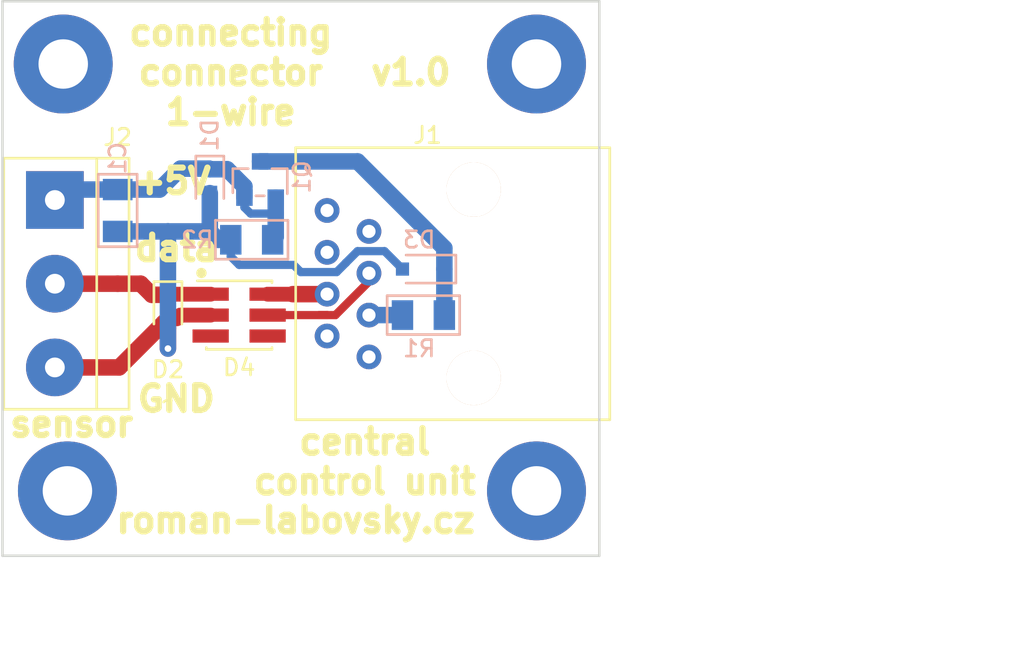
<source format=kicad_pcb>
(kicad_pcb (version 20171130) (host pcbnew "(5.1.6)-1")

  (general
    (thickness 1.6)
    (drawings 15)
    (tracks 63)
    (zones 0)
    (modules 15)
    (nets 15)
  )

  (page A4)
  (layers
    (0 F.Cu signal)
    (31 B.Cu signal)
    (32 B.Adhes user)
    (33 F.Adhes user)
    (34 B.Paste user)
    (35 F.Paste user)
    (36 B.SilkS user)
    (37 F.SilkS user)
    (38 B.Mask user)
    (39 F.Mask user)
    (40 Dwgs.User user)
    (41 Cmts.User user)
    (42 Eco1.User user)
    (43 Eco2.User user)
    (44 Edge.Cuts user)
    (45 Margin user)
    (46 B.CrtYd user)
    (47 F.CrtYd user)
    (48 B.Fab user hide)
    (49 F.Fab user hide)
  )

  (setup
    (last_trace_width 0.9)
    (user_trace_width 0.5)
    (user_trace_width 0.6)
    (user_trace_width 0.9)
    (user_trace_width 1)
    (trace_clearance 0.2)
    (zone_clearance 0.508)
    (zone_45_only no)
    (trace_min 0.2)
    (via_size 0.8)
    (via_drill 0.4)
    (via_min_size 0.4)
    (via_min_drill 0.3)
    (uvia_size 0.3)
    (uvia_drill 0.1)
    (uvias_allowed no)
    (uvia_min_size 0.2)
    (uvia_min_drill 0.1)
    (edge_width 0.05)
    (segment_width 0.2)
    (pcb_text_width 0.3)
    (pcb_text_size 1.5 1.5)
    (mod_edge_width 0.12)
    (mod_text_size 1 1)
    (mod_text_width 0.15)
    (pad_size 0.8 0.8)
    (pad_drill 0.4)
    (pad_to_mask_clearance 0.051)
    (solder_mask_min_width 0.25)
    (aux_axis_origin 0 0)
    (visible_elements 7FFFFFFF)
    (pcbplotparams
      (layerselection 0x010fc_ffffffff)
      (usegerberextensions true)
      (usegerberattributes false)
      (usegerberadvancedattributes false)
      (creategerberjobfile false)
      (excludeedgelayer true)
      (linewidth 0.100000)
      (plotframeref false)
      (viasonmask false)
      (mode 1)
      (useauxorigin false)
      (hpglpennumber 1)
      (hpglpenspeed 20)
      (hpglpendiameter 15.000000)
      (psnegative false)
      (psa4output false)
      (plotreference true)
      (plotvalue false)
      (plotinvisibletext false)
      (padsonsilk false)
      (subtractmaskfromsilk true)
      (outputformat 1)
      (mirror false)
      (drillshape 0)
      (scaleselection 1)
      (outputdirectory "gerber-data/"))
  )

  (net 0 "")
  (net 1 GND)
  (net 2 "Net-(D4-Pad3)")
  (net 3 "Net-(D4-Pad4)")
  (net 4 "Net-(J1-Pad7)")
  (net 5 "Net-(J1-Pad6)")
  (net 6 "Net-(J1-Pad2)")
  (net 7 "Net-(J1-Pad1)")
  (net 8 "Net-(J1-Pad8)")
  (net 9 /data)
  (net 10 "Net-(D2-Pad1)")
  (net 11 /1WIRE_5V_OUT)
  (net 12 "Net-(D3-Pad1)")
  (net 13 "Net-(D4-Pad5)")
  (net 14 /1WIRE_5V)

  (net_class Default "This is the default net class."
    (clearance 0.2)
    (trace_width 0.25)
    (via_dia 0.8)
    (via_drill 0.4)
    (uvia_dia 0.3)
    (uvia_drill 0.1)
    (add_net /1WIRE_5V)
    (add_net /1WIRE_5V_OUT)
    (add_net /data)
    (add_net GND)
    (add_net "Net-(D2-Pad1)")
    (add_net "Net-(D3-Pad1)")
    (add_net "Net-(D4-Pad3)")
    (add_net "Net-(D4-Pad4)")
    (add_net "Net-(D4-Pad5)")
    (add_net "Net-(J1-Pad1)")
    (add_net "Net-(J1-Pad2)")
    (add_net "Net-(J1-Pad6)")
    (add_net "Net-(J1-Pad7)")
    (add_net "Net-(J1-Pad8)")
  )

  (module package_sot_rl:sot_23 (layer B.Cu) (tedit 621A5B6B) (tstamp 644E089B)
    (at 204.216 79.502 90)
    (descr SOT-23)
    (tags sot-23)
    (path /64509A79)
    (attr smd)
    (fp_text reference Q1 (at 0.254 2.54 270) (layer B.SilkS)
      (effects (font (size 1 1) (thickness 0.16)) (justify mirror))
    )
    (fp_text value YJL3415A (at 0.254 -2.54 270) (layer B.Fab)
      (effects (font (size 1 1) (thickness 0.15)) (justify mirror))
    )
    (fp_text user %R (at 0 0) (layer B.Fab)
      (effects (font (size 0.5 0.5) (thickness 0.075)) (justify mirror))
    )
    (fp_line (start 0.7 1.52) (end 0.7 -1.52) (layer B.Fab) (width 0.1))
    (fp_line (start 0.76 -1.651) (end -0.7 -1.651) (layer B.SilkS) (width 0.16))
    (fp_line (start -1.7 1.75) (end 1.778 1.75) (layer B.CrtYd) (width 0.05))
    (fp_line (start -0.7 0.95) (end -0.7 -1.5) (layer B.Fab) (width 0.1))
    (fp_line (start -1.7 -1.75) (end -1.7 1.75) (layer B.CrtYd) (width 0.05))
    (fp_line (start -0.7 0.95) (end -0.15 1.52) (layer B.Fab) (width 0.1))
    (fp_line (start 1.778 -1.75) (end -1.7 -1.75) (layer B.CrtYd) (width 0.05))
    (fp_line (start 0.76 1.651) (end -0.762 1.651) (layer B.SilkS) (width 0.16))
    (fp_line (start -0.7 -1.52) (end 0.7 -1.52) (layer B.Fab) (width 0.1))
    (fp_line (start 0.76 1.651) (end 0.76 0.721) (layer B.SilkS) (width 0.16))
    (fp_line (start -0.15 1.52) (end 0.7 1.52) (layer B.Fab) (width 0.1))
    (fp_line (start 1.778 1.75) (end 1.778 -1.75) (layer B.CrtYd) (width 0.05))
    (fp_line (start 0.76 -1.651) (end 0.76 -0.721) (layer B.SilkS) (width 0.16))
    (fp_line (start -0.889 0.254) (end -0.889 -0.254) (layer B.SilkS) (width 0.16))
    (pad 3 smd rect (at 1.2 0 90) (size 1 1) (layers B.Cu B.Paste B.Mask)
      (net 12 "Net-(D3-Pad1)"))
    (pad 2 smd rect (at -1 -0.95 90) (size 1 1) (layers B.Cu B.Paste B.Mask)
      (net 11 /1WIRE_5V_OUT))
    (pad 1 smd rect (at -1 0.95 90) (size 1 1) (layers B.Cu B.Paste B.Mask)
      (net 11 /1WIRE_5V_OUT))
    (model ${RL_3DPACKAGES_DIR}/package_sot.3dshapes/sot_23.step
      (at (xyz 0 0 0))
      (scale (xyz 1 1 1))
      (rotate (xyz 0 0 0))
    )
  )

  (module pad_rl:pad_3x6mm (layer F.Cu) (tedit 622E47C2) (tstamp 644E19F4)
    (at 192.532 98.298)
    (descr "Pad 3x6mm THT")
    (tags "pad 3x6mm tht")
    (fp_text reference ~ (at 0 0.5) (layer F.SilkS)
      (effects (font (size 1 1) (thickness 0.15)))
    )
    (fp_text value pad_3x6mm (at 0 4.572) (layer F.Fab)
      (effects (font (size 1 1) (thickness 0.15)))
    )
    (fp_circle (center 0 0) (end 3 0) (layer Cmts.User) (width 0.15))
    (fp_circle (center 0 0) (end 3.2 0) (layer F.CrtYd) (width 0.05))
    (fp_text user %R (at 0.3 0) (layer F.Fab)
      (effects (font (size 1 1) (thickness 0.15)))
    )
    (pad ~ thru_hole circle (at 0 0) (size 6 6) (drill 3) (layers *.Cu *.Mask))
  )

  (module pad_rl:pad_3x6mm (layer F.Cu) (tedit 622E47C2) (tstamp 644E19E6)
    (at 220.98 98.298)
    (descr "Pad 3x6mm THT")
    (tags "pad 3x6mm tht")
    (fp_text reference ~ (at 0 0.5) (layer F.SilkS)
      (effects (font (size 1 1) (thickness 0.15)))
    )
    (fp_text value pad_3x6mm (at 0 4.572) (layer F.Fab)
      (effects (font (size 1 1) (thickness 0.15)))
    )
    (fp_circle (center 0 0) (end 3.2 0) (layer F.CrtYd) (width 0.05))
    (fp_circle (center 0 0) (end 3 0) (layer Cmts.User) (width 0.15))
    (fp_text user %R (at 0.3 0) (layer F.Fab)
      (effects (font (size 1 1) (thickness 0.15)))
    )
    (pad ~ thru_hole circle (at 0 0) (size 6 6) (drill 3) (layers *.Cu *.Mask))
  )

  (module pad_rl:pad_3x6mm (layer F.Cu) (tedit 622E47C2) (tstamp 644E19D8)
    (at 220.98 72.39)
    (descr "Pad 3x6mm THT")
    (tags "pad 3x6mm tht")
    (fp_text reference ~ (at 0 0.5) (layer F.SilkS)
      (effects (font (size 1 1) (thickness 0.15)))
    )
    (fp_text value pad_3x6mm (at 0 4.572) (layer F.Fab)
      (effects (font (size 1 1) (thickness 0.15)))
    )
    (fp_circle (center 0 0) (end 3 0) (layer Cmts.User) (width 0.15))
    (fp_circle (center 0 0) (end 3.2 0) (layer F.CrtYd) (width 0.05))
    (fp_text user %R (at 0.3 0) (layer F.Fab)
      (effects (font (size 1 1) (thickness 0.15)))
    )
    (pad ~ thru_hole circle (at 0 0) (size 6 6) (drill 3) (layers *.Cu *.Mask))
  )

  (module pad_rl:pad_3x6mm (layer F.Cu) (tedit 622E47C2) (tstamp 644E19D6)
    (at 192.278 72.39)
    (descr "Pad 3x6mm THT")
    (tags "pad 3x6mm tht")
    (fp_text reference ~ (at 0 0.5) (layer F.SilkS)
      (effects (font (size 1 1) (thickness 0.15)))
    )
    (fp_text value pad_3x6mm (at 0 4.572) (layer F.Fab)
      (effects (font (size 1 1) (thickness 0.15)))
    )
    (fp_circle (center 0 0) (end 3.2 0) (layer F.CrtYd) (width 0.05))
    (fp_circle (center 0 0) (end 3 0) (layer Cmts.User) (width 0.15))
    (fp_text user %R (at 0.3 0) (layer F.Fab)
      (effects (font (size 1 1) (thickness 0.15)))
    )
    (pad ~ thru_hole circle (at 0 0) (size 6 6) (drill 3) (layers *.Cu *.Mask))
  )

  (module via_pad_rl:via_pad_0.4x0.8mm (layer F.Cu) (tedit 644E0619) (tstamp 644E180D)
    (at 198.628 89.662)
    (descr "Via pad 0.4 drill 0.8 diameter")
    (tags "via pad 0.4 0.8")
    (fp_text reference ~ (at 0 3.175) (layer F.SilkS)
      (effects (font (size 1 1) (thickness 0.15)))
    )
    (fp_text value ~ (at 1.27 -2.54) (layer F.Fab)
      (effects (font (size 1 1) (thickness 0.15)))
    )
    (fp_text user %R (at 0.3 0) (layer F.Fab)
      (effects (font (size 1 1) (thickness 0.15)))
    )
    (pad ~ thru_hole circle (at 0 0) (size 0.8 0.8) (drill 0.4) (layers *.Cu *.Mask)
      (net 1 GND))
  )

  (module resistor_smd_rl:r_1206 (layer B.Cu) (tedit 621A53EB) (tstamp 644E08C1)
    (at 203.708 83.058)
    (descr "SMD resistor 1206")
    (tags "smd resistor 1206")
    (path /6450AC4C)
    (attr smd)
    (fp_text reference R2 (at -3.302 0) (layer B.SilkS)
      (effects (font (size 1 1) (thickness 0.16)) (justify mirror))
    )
    (fp_text value 100k (at 0.254 -2.032) (layer B.Fab)
      (effects (font (size 1 1) (thickness 0.15)) (justify mirror))
    )
    (fp_line (start 1.6 -0.8) (end -1.6 -0.8) (layer B.Fab) (width 0.12))
    (fp_line (start 2.2 1.1811) (end 2.2 -1.1811) (layer B.CrtYd) (width 0.05))
    (fp_line (start 1.6 0.8) (end 1.6 -0.8) (layer B.Fab) (width 0.12))
    (fp_line (start -1.6 -0.8) (end -1.6 0.8) (layer B.Fab) (width 0.12))
    (fp_line (start 2.2 -1.1811) (end -2.2 -1.1811) (layer B.CrtYd) (width 0.05))
    (fp_line (start -2.1971 1.18) (end 2.2 1.1811) (layer B.CrtYd) (width 0.05))
    (fp_line (start -2.2 -1.1811) (end -2.2 1.1811) (layer B.CrtYd) (width 0.05))
    (fp_line (start -1.6 0.8) (end 1.6 0.8) (layer B.Fab) (width 0.12))
    (fp_line (start 2.2 -1.18) (end -2.2 -1.18) (layer B.SilkS) (width 0.16))
    (fp_line (start -2.2 -1.18) (end -2.2 1.18) (layer B.SilkS) (width 0.16))
    (fp_line (start -2.2 1.18) (end 2.2 1.18) (layer B.SilkS) (width 0.16))
    (fp_line (start 2.2 1.18) (end 2.2 -1.18) (layer B.SilkS) (width 0.16))
    (fp_text user %R (at 0 0) (layer B.Fab)
      (effects (font (size 0.8 0.8) (thickness 0.12)) (justify mirror))
    )
    (pad 2 smd trapezoid (at 1.27 0) (size 1.3 1.8) (layers B.Cu B.Paste B.Mask)
      (net 11 /1WIRE_5V_OUT))
    (pad 1 smd trapezoid (at -1.27 0) (size 1.3 1.8) (layers B.Cu B.Paste B.Mask)
      (net 1 GND))
    (model ${RL_3DPACKAGES_DIR}/resistor.3dshapes/smd/r_1206.step
      (at (xyz 0 0 0))
      (scale (xyz 1 1 1))
      (rotate (xyz 0 0 0))
    )
  )

  (module resistor_smd_rl:r_1206 (layer B.Cu) (tedit 621A53EB) (tstamp 644E08AE)
    (at 214.122 87.63)
    (descr "SMD resistor 1206")
    (tags "smd resistor 1206")
    (path /6450FEF1)
    (attr smd)
    (fp_text reference R1 (at -0.254 2.032 180) (layer B.SilkS)
      (effects (font (size 1 1) (thickness 0.16)) (justify mirror))
    )
    (fp_text value 10R/0.5W (at 0.254 -2.032 180) (layer B.Fab)
      (effects (font (size 1 1) (thickness 0.15)) (justify mirror))
    )
    (fp_line (start 1.6 -0.8) (end -1.6 -0.8) (layer B.Fab) (width 0.12))
    (fp_line (start 2.2 1.1811) (end 2.2 -1.1811) (layer B.CrtYd) (width 0.05))
    (fp_line (start 1.6 0.8) (end 1.6 -0.8) (layer B.Fab) (width 0.12))
    (fp_line (start -1.6 -0.8) (end -1.6 0.8) (layer B.Fab) (width 0.12))
    (fp_line (start 2.2 -1.1811) (end -2.2 -1.1811) (layer B.CrtYd) (width 0.05))
    (fp_line (start -2.1971 1.18) (end 2.2 1.1811) (layer B.CrtYd) (width 0.05))
    (fp_line (start -2.2 -1.1811) (end -2.2 1.1811) (layer B.CrtYd) (width 0.05))
    (fp_line (start -1.6 0.8) (end 1.6 0.8) (layer B.Fab) (width 0.12))
    (fp_line (start 2.2 -1.18) (end -2.2 -1.18) (layer B.SilkS) (width 0.16))
    (fp_line (start -2.2 -1.18) (end -2.2 1.18) (layer B.SilkS) (width 0.16))
    (fp_line (start -2.2 1.18) (end 2.2 1.18) (layer B.SilkS) (width 0.16))
    (fp_line (start 2.2 1.18) (end 2.2 -1.18) (layer B.SilkS) (width 0.16))
    (fp_text user %R (at 0 0 180) (layer B.Fab)
      (effects (font (size 0.8 0.8) (thickness 0.12)) (justify mirror))
    )
    (pad 2 smd trapezoid (at 1.27 0) (size 1.3 1.8) (layers B.Cu B.Paste B.Mask)
      (net 12 "Net-(D3-Pad1)"))
    (pad 1 smd trapezoid (at -1.27 0) (size 1.3 1.8) (layers B.Cu B.Paste B.Mask)
      (net 14 /1WIRE_5V))
    (model ${RL_3DPACKAGES_DIR}/resistor.3dshapes/smd/r_1206.step
      (at (xyz 0 0 0))
      (scale (xyz 1 1 1))
      (rotate (xyz 0 0 0))
    )
  )

  (module package_sod_rl:sod_323 (layer B.Cu) (tedit 6240793D) (tstamp 644E07EF)
    (at 214.122 84.836 180)
    (descr "Package SOD-323")
    (tags sod-323)
    (path /6450D076)
    (attr smd)
    (fp_text reference D3 (at 0.254 1.778) (layer B.SilkS)
      (effects (font (size 1 1) (thickness 0.16)) (justify mirror))
    )
    (fp_text value ESD3B5V0WS (at 0.254 -1.778) (layer B.Fab)
      (effects (font (size 1 1) (thickness 0.15)) (justify mirror))
    )
    (fp_line (start -1.905 0.9525) (end -1.905 -0.9525) (layer B.CrtYd) (width 0.05))
    (fp_line (start -1.905 0.9525) (end 1.778 0.9525) (layer B.CrtYd) (width 0.05))
    (fp_line (start 0.9 0.7) (end 0.9 -0.7) (layer B.Fab) (width 0.1))
    (fp_line (start 0.2 0) (end 0.45 0) (layer B.Fab) (width 0.1))
    (fp_line (start -0.9 -0.7) (end -0.9 0.7) (layer B.Fab) (width 0.1))
    (fp_line (start 0.2 -0.35) (end -0.3 0) (layer B.Fab) (width 0.1))
    (fp_line (start -1.9685 0.85) (end 1.05 0.85) (layer B.SilkS) (width 0.16))
    (fp_line (start -1.905 -0.9525) (end 1.778 -0.95) (layer B.CrtYd) (width 0.05))
    (fp_line (start -1.9685 -0.85) (end 1.05 -0.85) (layer B.SilkS) (width 0.16))
    (fp_line (start -0.9 0.7) (end 0.9 0.7) (layer B.Fab) (width 0.1))
    (fp_line (start -1.9685 0.85) (end -1.9685 -0.85) (layer B.SilkS) (width 0.16))
    (fp_line (start 0.2 0.35) (end 0.2 -0.35) (layer B.Fab) (width 0.1))
    (fp_line (start -0.3 0) (end -0.5 0) (layer B.Fab) (width 0.1))
    (fp_line (start 0.9 -0.7) (end -0.9 -0.7) (layer B.Fab) (width 0.1))
    (fp_line (start -0.3 0) (end 0.2 0.35) (layer B.Fab) (width 0.1))
    (fp_line (start -0.3 0.35) (end -0.3 -0.35) (layer B.Fab) (width 0.1))
    (fp_line (start 1.778 0.95) (end 1.778 -0.95) (layer B.CrtYd) (width 0.05))
    (fp_text user REF** (at 0.254 1.778) (layer B.Fab)
      (effects (font (size 1 1) (thickness 0.15)) (justify mirror))
    )
    (pad 1 smd rect (at -1.27 0 180) (size 0.8 0.8) (layers B.Cu B.Paste B.Mask)
      (net 12 "Net-(D3-Pad1)"))
    (pad 2 smd rect (at 1.27 0 180) (size 0.8 0.8) (layers B.Cu B.Paste B.Mask)
      (net 1 GND))
    (model ${RL_3DPACKAGES_DIR}/package_sod.3dshapes/sod_323.step
      (at (xyz 0 0 0))
      (scale (xyz 1 1 1))
      (rotate (xyz 0 0 0))
    )
  )

  (module capacitor_smd_rl:c_1206 (layer B.Cu) (tedit 621A53CF) (tstamp 5E845268)
    (at 195.58 81.28 270)
    (descr "SMD capacitor 1206")
    (tags "smd capacitor 1206")
    (path /5E8380E3)
    (attr smd)
    (fp_text reference C1 (at -3.175 0 270) (layer B.SilkS)
      (effects (font (size 1 1) (thickness 0.16)) (justify mirror))
    )
    (fp_text value 10uF (at -0.254 -2.032 270) (layer B.Fab)
      (effects (font (size 1 1) (thickness 0.15)) (justify mirror))
    )
    (fp_line (start 2.2 1.1811) (end 2.2 -1.1811) (layer B.CrtYd) (width 0.05))
    (fp_line (start -2.2 1.18) (end 2.2 1.18) (layer B.SilkS) (width 0.16))
    (fp_line (start 2.2 -1.18) (end -2.2 -1.18) (layer B.SilkS) (width 0.16))
    (fp_line (start 2.2 -1.1811) (end -2.2 -1.1811) (layer B.CrtYd) (width 0.05))
    (fp_line (start -2.2 -1.18) (end -2.2 1.18) (layer B.SilkS) (width 0.16))
    (fp_line (start -1.6 0.8) (end 1.6 0.8) (layer B.Fab) (width 0.12))
    (fp_line (start -1.6 -0.8) (end -1.6 0.8) (layer B.Fab) (width 0.12))
    (fp_line (start 1.6 0.8) (end 1.6 -0.8) (layer B.Fab) (width 0.12))
    (fp_line (start 1.6 -0.8) (end -1.6 -0.8) (layer B.Fab) (width 0.12))
    (fp_line (start -2.2 -1.1811) (end -2.2 1.1811) (layer B.CrtYd) (width 0.05))
    (fp_line (start -2.1971 1.18) (end 2.2 1.1811) (layer B.CrtYd) (width 0.05))
    (fp_line (start 2.2 1.18) (end 2.2 -1.18) (layer B.SilkS) (width 0.16))
    (fp_text user %R (at 0 0 270) (layer B.Fab)
      (effects (font (size 0.8 0.8) (thickness 0.12)) (justify mirror))
    )
    (pad 2 smd trapezoid (at 1.27 0 270) (size 1.3 1.8) (layers B.Cu B.Paste B.Mask)
      (net 1 GND))
    (pad 1 smd trapezoid (at -1.27 0 270) (size 1.3 1.8) (layers B.Cu B.Paste B.Mask)
      (net 11 /1WIRE_5V_OUT))
    (model ${RL_3DPACKAGES_DIR}/capacitor.3dshapes/smd/c_1206.step
      (at (xyz 0 0 0))
      (scale (xyz 1 1 1))
      (rotate (xyz 0 0 0))
    )
  )

  (module package_sod_rl:sod_523 (layer F.Cu) (tedit 63276BD0) (tstamp 5E7369BD)
    (at 198.628 87.122 270)
    (descr SOD-523)
    (tags sod-523)
    (path /5E8CE47F)
    (attr smd)
    (fp_text reference D2 (at 3.81 0 180) (layer F.SilkS)
      (effects (font (size 1 1) (thickness 0.16)))
    )
    (fp_text value UCLAMP0501H.TCT (at 0 1.778 90) (layer F.Fab)
      (effects (font (size 1 1) (thickness 0.15)))
    )
    (fp_line (start 1.524 -0.95) (end 1.524 0.95) (layer F.CrtYd) (width 0.05))
    (fp_line (start -0.3 -0.35) (end -0.3 0.35) (layer F.Fab) (width 0.1))
    (fp_line (start -0.3 0) (end 0.2 -0.35) (layer F.Fab) (width 0.1))
    (fp_line (start -0.3 0) (end -0.5 0) (layer F.Fab) (width 0.1))
    (fp_line (start 0.2 -0.35) (end 0.2 0.35) (layer F.Fab) (width 0.1))
    (fp_line (start -1.524 -0.85) (end -1.524 0.85) (layer F.SilkS) (width 0.16))
    (fp_line (start -1.524 0.85) (end 1.05 0.85) (layer F.SilkS) (width 0.16))
    (fp_line (start -1.524 -0.85) (end 1.05 -0.85) (layer F.SilkS) (width 0.16))
    (fp_line (start 0.9 0.7) (end -0.9 0.7) (layer F.Fab) (width 0.1))
    (fp_line (start -1.778 0.9525) (end 1.524 0.95) (layer F.CrtYd) (width 0.05))
    (fp_line (start -0.9 -0.7) (end 0.9 -0.7) (layer F.Fab) (width 0.1))
    (fp_line (start 0.9 -0.7) (end 0.9 0.7) (layer F.Fab) (width 0.1))
    (fp_line (start -1.778 -0.9525) (end 1.524 -0.9525) (layer F.CrtYd) (width 0.05))
    (fp_line (start 0.2 0) (end 0.45 0) (layer F.Fab) (width 0.1))
    (fp_line (start -0.9 0.7) (end -0.9 -0.7) (layer F.Fab) (width 0.1))
    (fp_line (start -1.778 -0.9525) (end -1.778 0.9525) (layer F.CrtYd) (width 0.05))
    (fp_line (start 0.2 0.35) (end -0.3 0) (layer F.Fab) (width 0.1))
    (pad 2 smd rect (at 0.725 0 270) (size 0.9 0.9) (layers F.Cu F.Paste F.Mask)
      (net 1 GND))
    (pad 1 smd rect (at -0.725 0 270) (size 0.9 0.9) (layers F.Cu F.Paste F.Mask)
      (net 10 "Net-(D2-Pad1)"))
    (model ${RL_3DPACKAGES_DIR}/package_sod.3dshapes/sod_523.step
      (at (xyz 0 0 0))
      (scale (xyz 1 1 1))
      (rotate (xyz -90 0 0))
    )
  )

  (module terminal_block_tht_rl:EBBA-03-C-SS-BU (layer F.Cu) (tedit 6340890C) (tstamp 5E7379B6)
    (at 191.77 85.725 270)
    (descr "Screw terminal block 1x3 (https://app.adam-tech.com/products/download/data_sheet/204164/ebba-xx-c-ss-bu-data-sheet.pdf)")
    (tags "screw terminal block 1x3")
    (path /5E70DB6B)
    (fp_text reference J2 (at -8.89 -3.81 180) (layer F.SilkS)
      (effects (font (size 1 1) (thickness 0.16)))
    )
    (fp_text value Screw_Terminal_01x03 (at 0 -6.35 90) (layer F.Fab)
      (effects (font (size 1 1) (thickness 0.15)))
    )
    (fp_line (start -7.8 -4.826) (end -7.8 3.302) (layer F.CrtYd) (width 0.05))
    (fp_line (start 7.62 -4.5) (end 7.62 3.1) (layer F.SilkS) (width 0.16))
    (fp_line (start 7.55 -2.55) (end -7.55 -2.55) (layer F.Fab) (width 0.12))
    (fp_line (start 7.55 3.1) (end -7.55 3.1) (layer F.Fab) (width 0.12))
    (fp_line (start 7.62 -2.54) (end -7.62 -2.54) (layer F.SilkS) (width 0.16))
    (fp_line (start -7.55 3.1) (end -7.55 -4.5) (layer F.Fab) (width 0.12))
    (fp_line (start 7.8 3.302) (end 7.8 -4.826) (layer F.CrtYd) (width 0.05))
    (fp_line (start 7.62 -4.5) (end -7.62 -4.5) (layer F.SilkS) (width 0.16))
    (fp_line (start -7.62 -4.5) (end -7.62 3.1) (layer F.SilkS) (width 0.16))
    (fp_line (start 7.8 3.302) (end -7.8 3.302) (layer F.CrtYd) (width 0.05))
    (fp_line (start -7.55 -4.5) (end 7.55 -4.5) (layer F.Fab) (width 0.1))
    (fp_line (start 7.62 3.1) (end -7.62 3.1) (layer F.SilkS) (width 0.16))
    (fp_line (start -7.8 -4.826) (end 7.8 -4.826) (layer F.CrtYd) (width 0.05))
    (fp_line (start 7.55 -4.5) (end 7.55 3.1) (layer F.Fab) (width 0.12))
    (fp_text user %R (at 0 0 90) (layer F.Fab)
      (effects (font (size 1 1) (thickness 0.15)))
    )
    (pad 1 thru_hole rect (at -5.08 0 90) (size 3.5 3.5) (drill 1.2) (layers *.Cu *.Mask)
      (net 11 /1WIRE_5V_OUT))
    (pad 3 thru_hole circle (at 5.08 0 90) (size 3.5 3.5) (drill 1.2) (layers *.Cu *.Mask)
      (net 1 GND))
    (pad 2 thru_hole circle (at 0 0 90) (size 3.5 3.5) (drill 1.2) (layers *.Cu *.Mask)
      (net 10 "Net-(D2-Pad1)"))
    (model ${RL_3DPACKAGES_DIR}/terminal_block.3dshapes/EBBA-03-C-SS-BU.step
      (offset (xyz -7.5 -3 0))
      (scale (xyz 1 1 1))
      (rotate (xyz -90 0 0))
    )
  )

  (module connector_rl:rj45_54601-908WPLF (layer F.Cu) (tedit 621A65EF) (tstamp 5E736A40)
    (at 217.17 85.725 90)
    (descr "RJ45 54601-908WPLF (https://www.amphenol-icc.com/modular-jack-54601908wplf.html)")
    (tags "rj45 908wplf")
    (path /5E703D81)
    (fp_text reference J1 (at 9.017 -2.794) (layer F.SilkS)
      (effects (font (size 1 1) (thickness 0.16)))
    )
    (fp_text value 54601-908WPLF (at 0 9.525 -90) (layer F.Fab)
      (effects (font (size 1 1) (thickness 0.15)))
    )
    (fp_line (start 8.255 -10.795) (end -8.255 -10.795) (layer F.SilkS) (width 0.16))
    (fp_line (start 8.255 8.255) (end 8.255 -10.795) (layer F.SilkS) (width 0.16))
    (fp_line (start -8.255 8.255) (end 8.255 8.255) (layer F.SilkS) (width 0.16))
    (fp_line (start -8.255 -10.795) (end -8.255 8.255) (layer F.SilkS) (width 0.16))
    (fp_line (start 7.62 -10.12) (end 7.62 7.88) (layer F.Fab) (width 0.05))
    (fp_line (start 7.62 -10.16) (end 7.62 7.88) (layer F.CrtYd) (width 0.05))
    (fp_line (start 7.62 7.88) (end -7.62 7.88) (layer F.CrtYd) (width 0.05))
    (fp_line (start -7.62 -10.16) (end -7.62 7.88) (layer F.CrtYd) (width 0.05))
    (fp_line (start 7.62 -10.16) (end -7.62 -10.16) (layer F.CrtYd) (width 0.05))
    (fp_line (start 7.62 -10.12) (end -7.62 -10.12) (layer F.Fab) (width 0.05))
    (fp_line (start 7.62 7.88) (end -7.62 7.88) (layer F.Fab) (width 0.05))
    (fp_line (start -7.62 -10.12) (end -7.62 7.88) (layer F.Fab) (width 0.05))
    (fp_line (start 7.62 -10.12) (end 7.62 7.88) (layer F.Fab) (width 0.05))
    (fp_text user %R (at 0 -2.54 -90) (layer F.Fab)
      (effects (font (size 1 1) (thickness 0.15)))
    )
    (pad 3 thru_hole circle (at -1.904 -6.35 90) (size 1.5 1.5) (drill 0.8) (layers *.Cu *.Mask)
      (net 14 /1WIRE_5V))
    (pad 8 thru_hole circle (at 4.446 -8.89 90) (size 1.5 1.5) (drill 0.8) (layers *.Cu *.Mask)
      (net 8 "Net-(J1-Pad8)"))
    (pad "" np_thru_hole circle (at -5.716 0 90) (size 3.3 3.3) (drill 3.3) (layers *.Cu *.SilkS *.Mask))
    (pad 7 thru_hole circle (at 3.176 -6.35 90) (size 1.5 1.5) (drill 0.8) (layers *.Cu *.Mask)
      (net 4 "Net-(J1-Pad7)"))
    (pad 2 thru_hole circle (at -3.174 -8.89 90) (size 1.5 1.5) (drill 0.8) (layers *.Cu *.Mask)
      (net 6 "Net-(J1-Pad2)"))
    (pad 5 thru_hole circle (at 0.636 -6.35 90) (size 1.5 1.5) (drill 0.8) (layers *.Cu *.Mask)
      (net 13 "Net-(D4-Pad5)"))
    (pad 4 thru_hole circle (at -0.634 -8.89 90) (size 1.5 1.5) (drill 0.8) (layers *.Cu *.Mask)
      (net 9 /data))
    (pad 6 thru_hole circle (at 1.906 -8.89 270) (size 1.5 1.5) (drill 0.8) (layers *.Cu *.Mask)
      (net 5 "Net-(J1-Pad6)"))
    (pad 1 thru_hole circle (at -4.444 -6.35 90) (size 1.5 1.5) (drill 0.8) (layers *.Cu *.Mask)
      (net 7 "Net-(J1-Pad1)"))
    (pad "" np_thru_hole circle (at 5.716 0 90) (size 3.3 3.3) (drill 3.3) (layers *.Cu *.SilkS *.Mask))
    (model ${RL_3DPACKAGES_DIR}/rj_connector.3dshapes/tht/rj45_54601-908wplf.step
      (offset (xyz 0 -8 11.5))
      (scale (xyz 1 1 1))
      (rotate (xyz 180 0 0))
    )
  )

  (module package_tsoc_rl:tsoc_6 (layer F.Cu) (tedit 6329C869) (tstamp 5E84532B)
    (at 202.946 87.63)
    (descr "Package TSOC-6")
    (tags tsoc-6)
    (path /5E8D2FE9)
    (attr smd)
    (fp_text reference D4 (at 0 3.175) (layer F.SilkS)
      (effects (font (size 1 1) (thickness 0.16)))
    )
    (fp_text value DS9503 (at 0 3.048) (layer F.Fab)
      (effects (font (size 1 1) (thickness 0.15)))
    )
    (fp_line (start -1.88 -1.27) (end -1.18 -1.97) (layer F.Fab) (width 0.1))
    (fp_line (start -2.9972 -2.22) (end -2.9972 2.22) (layer F.CrtYd) (width 0.05))
    (fp_line (start 2.9972 -2.22) (end 2.9972 2.22) (layer F.CrtYd) (width 0.05))
    (fp_line (start 1.99 -2.08) (end 1.99 -1.9685) (layer F.SilkS) (width 0.16))
    (fp_line (start 1.99 1.9685) (end 1.99 2.08) (layer F.SilkS) (width 0.16))
    (fp_line (start -1.99 2.08) (end 1.99 2.08) (layer F.SilkS) (width 0.16))
    (fp_line (start -2.9972 2.22) (end 2.9972 2.22) (layer F.CrtYd) (width 0.05))
    (fp_line (start -1.99 1.9685) (end -1.99 2.08) (layer F.SilkS) (width 0.16))
    (fp_line (start -2.9972 -2.22) (end 2.9972 -2.22) (layer F.CrtYd) (width 0.05))
    (fp_line (start -1.18 -1.97) (end 1.88 -1.97) (layer F.Fab) (width 0.1))
    (fp_line (start -1.88 1.97) (end 1.88 1.97) (layer F.Fab) (width 0.1))
    (fp_line (start -1.88 -1.27) (end -1.88 1.97) (layer F.Fab) (width 0.1))
    (fp_line (start -2.54 -2.08) (end 1.99 -2.08) (layer F.SilkS) (width 0.16))
    (fp_line (start 1.88 -1.97) (end 1.88 1.97) (layer F.Fab) (width 0.1))
    (fp_circle (center -2.286 -2.55499) (end -2.54 -2.55499) (layer F.SilkS) (width 0.12))
    (fp_circle (center -2.286 -2.55499) (end -2.2225 -2.42799) (layer F.SilkS) (width 0.12))
    (fp_circle (center -2.286 -2.55499) (end -2.286 -2.49149) (layer F.SilkS) (width 0.12))
    (fp_text user %R (at 0 0) (layer F.Fab)
      (effects (font (size 0.7 0.7) (thickness 0.127)))
    )
    (pad 2 smd rect (at -1.7272 0) (size 2.2 0.8) (layers F.Cu F.Paste F.Mask)
      (net 1 GND))
    (pad 3 smd rect (at -1.7272 1.27) (size 2.2 0.8) (layers F.Cu F.Paste F.Mask)
      (net 2 "Net-(D4-Pad3)"))
    (pad 1 smd rect (at -1.7272 -1.27) (size 2.2 0.8) (layers F.Cu F.Paste F.Mask)
      (net 10 "Net-(D2-Pad1)"))
    (pad 4 smd rect (at 1.7272 1.27) (size 2.2 0.8) (layers F.Cu F.Paste F.Mask)
      (net 3 "Net-(D4-Pad4)"))
    (pad 5 smd rect (at 1.7272 0) (size 2.2 0.8) (layers F.Cu F.Paste F.Mask)
      (net 13 "Net-(D4-Pad5)"))
    (pad 6 smd rect (at 1.7272 -1.27) (size 2.2 0.8) (layers F.Cu F.Paste F.Mask)
      (net 9 /data))
    (model ${RL_3DPACKAGES_DIR}/package_tsoc.3dshapes/tsoc_6.step
      (at (xyz 0 0 0))
      (scale (xyz 1 1 1))
      (rotate (xyz 0 0 0))
    )
  )

  (module package_sod_rl:sod_523 (layer B.Cu) (tedit 63276BD0) (tstamp 5E7369A6)
    (at 201.168 79.502 270)
    (descr SOD-523)
    (tags sod-523)
    (path /5E8CBC59)
    (attr smd)
    (fp_text reference D1 (at -2.794 0 270) (layer B.SilkS)
      (effects (font (size 1 1) (thickness 0.16)) (justify mirror))
    )
    (fp_text value UCLAMP0501H.TCT (at 0 -1.778 270) (layer B.Fab)
      (effects (font (size 1 1) (thickness 0.15)) (justify mirror))
    )
    (fp_line (start 1.524 0.95) (end 1.524 -0.95) (layer B.CrtYd) (width 0.05))
    (fp_line (start -0.3 0.35) (end -0.3 -0.35) (layer B.Fab) (width 0.1))
    (fp_line (start -0.3 0) (end 0.2 0.35) (layer B.Fab) (width 0.1))
    (fp_line (start -0.3 0) (end -0.5 0) (layer B.Fab) (width 0.1))
    (fp_line (start 0.2 0.35) (end 0.2 -0.35) (layer B.Fab) (width 0.1))
    (fp_line (start -1.524 0.85) (end -1.524 -0.85) (layer B.SilkS) (width 0.16))
    (fp_line (start -1.524 -0.85) (end 1.05 -0.85) (layer B.SilkS) (width 0.16))
    (fp_line (start -1.524 0.85) (end 1.05 0.85) (layer B.SilkS) (width 0.16))
    (fp_line (start 0.9 -0.7) (end -0.9 -0.7) (layer B.Fab) (width 0.1))
    (fp_line (start -1.778 -0.9525) (end 1.524 -0.95) (layer B.CrtYd) (width 0.05))
    (fp_line (start -0.9 0.7) (end 0.9 0.7) (layer B.Fab) (width 0.1))
    (fp_line (start 0.9 0.7) (end 0.9 -0.7) (layer B.Fab) (width 0.1))
    (fp_line (start -1.778 0.9525) (end 1.524 0.9525) (layer B.CrtYd) (width 0.05))
    (fp_line (start 0.2 0) (end 0.45 0) (layer B.Fab) (width 0.1))
    (fp_line (start -0.9 -0.7) (end -0.9 0.7) (layer B.Fab) (width 0.1))
    (fp_line (start -1.778 0.9525) (end -1.778 -0.9525) (layer B.CrtYd) (width 0.05))
    (fp_line (start 0.2 -0.35) (end -0.3 0) (layer B.Fab) (width 0.1))
    (pad 2 smd rect (at 0.725 0 270) (size 0.9 0.9) (layers B.Cu B.Paste B.Mask)
      (net 1 GND))
    (pad 1 smd rect (at -0.725 0 270) (size 0.9 0.9) (layers B.Cu B.Paste B.Mask)
      (net 11 /1WIRE_5V_OUT))
    (model ${RL_3DPACKAGES_DIR}/package_sod.3dshapes/sod_523.step
      (at (xyz 0 0 0))
      (scale (xyz 1 1 1))
      (rotate (xyz -90 0 0))
    )
  )

  (gr_text v1.0 (at 213.36 72.898) (layer F.SilkS) (tstamp 644ECBD9)
    (effects (font (size 1.5 1.5) (thickness 0.375)))
  )
  (dimension 26.035 (width 0.15) (layer Dwgs.User)
    (gr_text "26,035 mm" (at 249.204 85.4075 270) (layer Dwgs.User)
      (effects (font (size 1 1) (thickness 0.15)))
    )
    (feature1 (pts (xy 220.98 98.425) (xy 248.490421 98.425)))
    (feature2 (pts (xy 220.98 72.39) (xy 248.490421 72.39)))
    (crossbar (pts (xy 247.904 72.39) (xy 247.904 98.425)))
    (arrow1a (pts (xy 247.904 98.425) (xy 247.317579 97.298496)))
    (arrow1b (pts (xy 247.904 98.425) (xy 248.490421 97.298496)))
    (arrow2a (pts (xy 247.904 72.39) (xy 247.317579 73.516504)))
    (arrow2b (pts (xy 247.904 72.39) (xy 248.490421 73.516504)))
  )
  (gr_text "central\ncontrol unit" (at 210.566 96.52) (layer F.SilkS) (tstamp 644DCB39)
    (effects (font (size 1.5 1.5) (thickness 0.375)))
  )
  (gr_text data (at 199.136 83.566) (layer F.SilkS) (tstamp 644DCA07)
    (effects (font (size 1.5 1.5) (thickness 0.375)))
  )
  (gr_text +5V (at 198.882 79.502) (layer F.SilkS) (tstamp 644DCA02)
    (effects (font (size 1.5 1.5) (thickness 0.375)))
  )
  (gr_text GND (at 199.136 92.71) (layer F.SilkS) (tstamp 644DC9FE)
    (effects (font (size 1.5 1.5) (thickness 0.375)))
  )
  (gr_text sensor (at 192.786 94.234) (layer F.SilkS) (tstamp 644DC9F7)
    (effects (font (size 1.5 1.5) (thickness 0.375)))
  )
  (dimension 36.195 (width 0.15) (layer Dwgs.User)
    (gr_text "36,195 mm" (at 206.6925 108.615) (layer Dwgs.User)
      (effects (font (size 1 1) (thickness 0.15)))
    )
    (feature1 (pts (xy 224.79 102.235) (xy 224.79 107.901421)))
    (feature2 (pts (xy 188.595 102.235) (xy 188.595 107.901421)))
    (crossbar (pts (xy 188.595 107.315) (xy 224.79 107.315)))
    (arrow1a (pts (xy 224.79 107.315) (xy 223.663496 107.901421)))
    (arrow1b (pts (xy 224.79 107.315) (xy 223.663496 106.728579)))
    (arrow2a (pts (xy 188.595 107.315) (xy 189.721504 107.901421)))
    (arrow2b (pts (xy 188.595 107.315) (xy 189.721504 106.728579)))
  )
  (dimension 33.655 (width 0.15) (layer Dwgs.User)
    (gr_text "33,655 mm" (at 237.52 85.4075 270) (layer Dwgs.User)
      (effects (font (size 1 1) (thickness 0.15)))
    )
    (feature1 (pts (xy 224.79 102.235) (xy 236.806421 102.235)))
    (feature2 (pts (xy 224.79 68.58) (xy 236.806421 68.58)))
    (crossbar (pts (xy 236.22 68.58) (xy 236.22 102.235)))
    (arrow1a (pts (xy 236.22 102.235) (xy 235.633579 101.108496)))
    (arrow1b (pts (xy 236.22 102.235) (xy 236.806421 101.108496)))
    (arrow2a (pts (xy 236.22 68.58) (xy 235.633579 69.706504)))
    (arrow2b (pts (xy 236.22 68.58) (xy 236.806421 69.706504)))
  )
  (gr_text "connecting\nconnector\n1-wire" (at 202.438 72.898) (layer F.SilkS)
    (effects (font (size 1.5 1.5) (thickness 0.375)))
  )
  (gr_text roman-labovsky.cz (at 206.375 100.076) (layer F.SilkS)
    (effects (font (size 1.5 1.5) (thickness 0.375)))
  )
  (gr_line (start 188.595 102.235) (end 188.595 68.58) (layer Edge.Cuts) (width 0.15) (tstamp 5E73868B))
  (gr_line (start 224.79 102.235) (end 188.595 102.235) (layer Edge.Cuts) (width 0.15))
  (gr_line (start 224.79 68.58) (end 224.79 102.235) (layer Edge.Cuts) (width 0.15) (tstamp 5E73ACAD))
  (gr_line (start 188.595 68.58) (end 224.79 68.58) (layer Edge.Cuts) (width 0.15))

  (segment (start 191.77 91.44) (end 191.135 90.805) (width 0.5) (layer F.Cu) (net 1))
  (segment (start 191.77 91.44) (end 191.135 90.805) (width 0.5) (layer B.Cu) (net 1))
  (segment (start 201.3828 87.54) (end 201.4728 87.63) (width 0.5) (layer F.Cu) (net 1))
  (segment (start 202.438 83.058) (end 201.676 83.058) (width 1) (layer B.Cu) (net 1))
  (segment (start 201.168 82.55) (end 201.168 80.227) (width 1) (layer B.Cu) (net 1))
  (segment (start 201.676 83.058) (end 201.168 82.55) (width 1) (layer B.Cu) (net 1))
  (segment (start 199.39 87.63) (end 199.173 87.847) (width 0.9) (layer F.Cu) (net 1))
  (segment (start 201.2188 87.63) (end 199.39 87.63) (width 0.9) (layer F.Cu) (net 1))
  (segment (start 198.628 87.847) (end 199.173 87.847) (width 0.9) (layer F.Cu) (net 1))
  (segment (start 191.77 90.805) (end 195.67 90.805) (width 1) (layer F.Cu) (net 1))
  (segment (start 198.628 82.55) (end 198.628 89.662) (width 1) (layer B.Cu) (net 1))
  (segment (start 198.628 82.55) (end 201.168 82.55) (width 1) (layer B.Cu) (net 1))
  (segment (start 195.58 82.55) (end 198.628 82.55) (width 1) (layer B.Cu) (net 1))
  (segment (start 198.628 88.392) (end 198.3555 88.1195) (width 1) (layer F.Cu) (net 1))
  (segment (start 198.628 89.662) (end 198.628 88.392) (width 1) (layer F.Cu) (net 1))
  (segment (start 195.67 90.805) (end 198.3555 88.1195) (width 1) (layer F.Cu) (net 1))
  (segment (start 198.3555 88.1195) (end 198.628 87.847) (width 1) (layer F.Cu) (net 1))
  (segment (start 211.765001 83.749001) (end 212.852 84.836) (width 0.5) (layer B.Cu) (net 1))
  (segment (start 210.126001 83.749001) (end 211.765001 83.749001) (width 0.5) (layer B.Cu) (net 1))
  (segment (start 209.421501 84.453501) (end 210.126001 83.749001) (width 0.5) (layer B.Cu) (net 1))
  (segment (start 202.438 84.074) (end 202.946 84.582) (width 0.5) (layer B.Cu) (net 1))
  (segment (start 202.946 84.582) (end 206.248 84.582) (width 0.5) (layer B.Cu) (net 1))
  (segment (start 202.438 83.058) (end 202.438 84.074) (width 0.5) (layer B.Cu) (net 1))
  (segment (start 206.248 84.582) (end 206.685001 85.019001) (width 0.5) (layer B.Cu) (net 1))
  (segment (start 209.421501 84.456499) (end 208.858999 85.019001) (width 0.5) (layer B.Cu) (net 1))
  (segment (start 209.421501 84.453501) (end 209.421501 84.456499) (width 0.5) (layer B.Cu) (net 1))
  (segment (start 206.685001 85.019001) (end 208.858999 85.019001) (width 0.5) (layer B.Cu) (net 1))
  (segment (start 208.28 86.359) (end 206.1982 86.359) (width 1) (layer F.Cu) (net 9))
  (segment (start 206.1972 86.36) (end 206.1982 86.359) (width 0.9) (layer F.Cu) (net 9))
  (segment (start 204.6732 86.36) (end 206.1972 86.36) (width 0.9) (layer F.Cu) (net 9))
  (segment (start 191.77 85.725) (end 195.58 85.725) (width 1) (layer F.Cu) (net 10))
  (segment (start 198.665 86.36) (end 198.628 86.397) (width 0.9) (layer F.Cu) (net 10))
  (segment (start 201.2188 86.36) (end 198.665 86.36) (width 0.9) (layer F.Cu) (net 10))
  (segment (start 198.628 86.397) (end 197.649 86.397) (width 1) (layer F.Cu) (net 10))
  (segment (start 196.977 85.725) (end 195.58 85.725) (width 1) (layer F.Cu) (net 10))
  (segment (start 197.649 86.397) (end 196.977 85.725) (width 1) (layer F.Cu) (net 10))
  (segment (start 205.166 82.87) (end 204.978 83.058) (width 1) (layer B.Cu) (net 11))
  (segment (start 201.168 78.777) (end 202.221 78.777) (width 1) (layer B.Cu) (net 11))
  (segment (start 203.266 79.822) (end 203.266 80.502) (width 1) (layer B.Cu) (net 11))
  (segment (start 202.221 78.777) (end 203.266 79.822) (width 1) (layer B.Cu) (net 11))
  (segment (start 195.58 80.01) (end 198.12 80.01) (width 1) (layer B.Cu) (net 11))
  (segment (start 198.12 80.01) (end 199.39 78.74) (width 1) (layer B.Cu) (net 11))
  (segment (start 201.131 78.74) (end 201.168 78.777) (width 1) (layer B.Cu) (net 11))
  (segment (start 199.39 78.74) (end 201.131 78.74) (width 1) (layer B.Cu) (net 11))
  (segment (start 205.166 81.468) (end 203.642 81.468) (width 0.5) (layer B.Cu) (net 11))
  (segment (start 205.166 81.468) (end 205.166 82.87) (width 1) (layer B.Cu) (net 11))
  (segment (start 205.166 80.502) (end 205.166 81.468) (width 1) (layer B.Cu) (net 11))
  (segment (start 203.266 81.092) (end 203.266 80.502) (width 0.5) (layer B.Cu) (net 11))
  (segment (start 203.642 81.468) (end 203.266 81.092) (width 0.5) (layer B.Cu) (net 11))
  (segment (start 192.405 80.01) (end 191.77 80.645) (width 1) (layer B.Cu) (net 11))
  (segment (start 195.58 80.01) (end 192.405 80.01) (width 1) (layer B.Cu) (net 11))
  (segment (start 215.392 87.63) (end 215.392 84.836) (width 1) (layer B.Cu) (net 12))
  (segment (start 215.392 84.836) (end 215.392 83.566) (width 1) (layer B.Cu) (net 12))
  (segment (start 210.128 78.302) (end 204.216 78.302) (width 1) (layer B.Cu) (net 12))
  (segment (start 215.392 83.566) (end 210.128 78.302) (width 1) (layer B.Cu) (net 12))
  (segment (start 204.9272 87.63) (end 205.74 87.63) (width 0.5) (layer F.Cu) (net 13))
  (segment (start 210.82 85.595002) (end 210.82 85.089) (width 0.5) (layer F.Cu) (net 13))
  (segment (start 208.785002 87.63) (end 210.82 85.595002) (width 0.5) (layer F.Cu) (net 13))
  (segment (start 204.6732 87.63) (end 208.28 87.63) (width 0.5) (layer F.Cu) (net 13))
  (segment (start 207.7972 87.63) (end 208.28 87.63) (width 0.5) (layer F.Cu) (net 13))
  (segment (start 208.28 87.63) (end 208.785002 87.63) (width 0.5) (layer F.Cu) (net 13))
  (segment (start 212.851 87.629) (end 212.852 87.63) (width 1) (layer B.Cu) (net 14))
  (segment (start 210.82 87.629) (end 212.851 87.629) (width 1) (layer B.Cu) (net 14))

)

</source>
